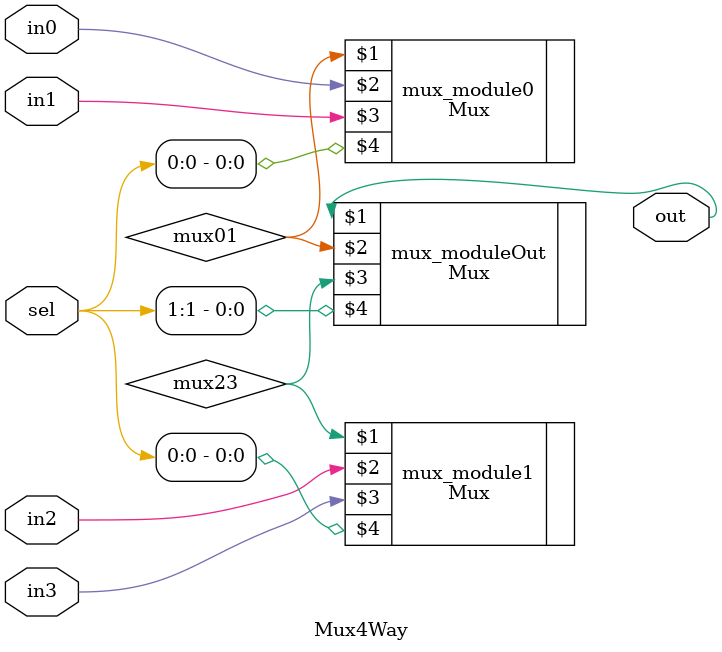
<source format=v>
/* módulo Mux4Way */

`include "Mux.v"

`ifndef _MUX4WAY_
`define _MUX4WAY_

module Mux4Way(out, in0, in1, in2, in3, sel);
    input in0, in1, in2, in3;
    input [1:0] sel;
    wire mux01, mux23;
    output out;

    Mux mux_module0(mux01, in0, in1, sel[0]);
    Mux mux_module1(mux23, in2, in3, sel[0]);
    Mux mux_moduleOut(out, mux01, mux23, sel[1]);
endmodule

`endif
</source>
